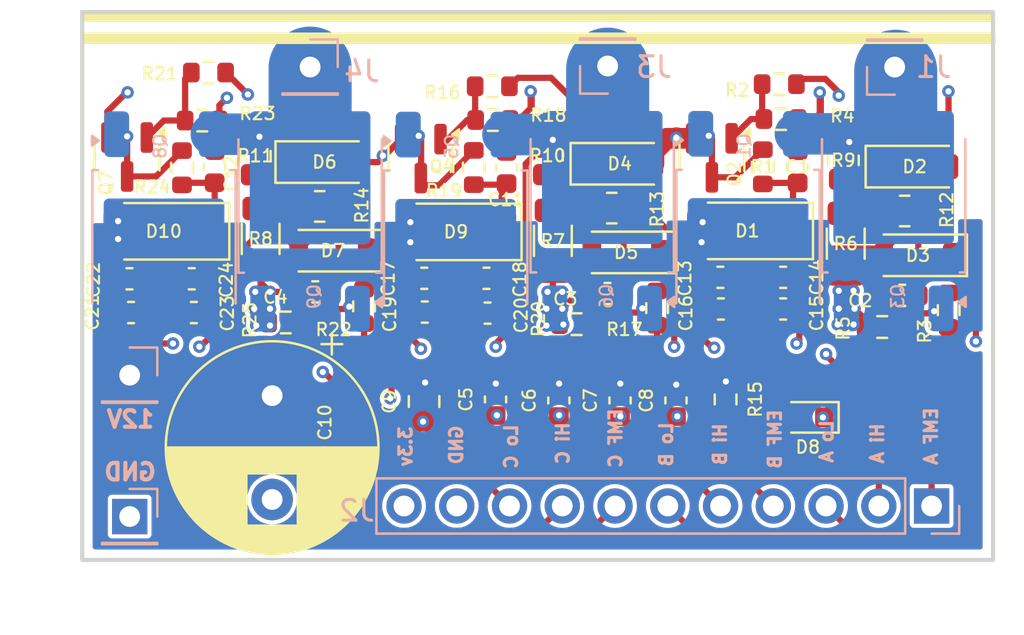
<source format=kicad_pcb>
(kicad_pcb (version 20240108) (generator "pcbnew") (generator_version "8.0")
  (layers (0 "F.Cu" signal) (1 "In1.Cu" signal) (2 "In2.Cu" signal) (31 "B.Cu" signal) (34 "B.Paste" user) (35 "F.Paste" user) (36 "B.SilkS" user "B.Silkscreen") (37 "F.SilkS" user "F.Silkscreen") (38 "B.Mask" user) (39 "F.Mask" user) (44 "Edge.Cuts" user))
  (net 0 "")
  (net 1 "/Phase A")
  (net 2 "Net-(D1-K)")
  (net 3 "/EMF A")
  (net 4 "GND")
  (net 5 "/EMF B")
  (net 6 "/EMF C")
  (net 7 "+12V")
  (net 8 "/Phase B")
  (net 9 "Net-(D9-K)")
  (net 10 "Net-(D10-K)")
  (net 11 "/Phase C")
  (net 12 "+3.3V")
  (net 13 "Net-(D8-A)")
  (net 14 "/Lo A")
  (net 15 "/Lo C")
  (net 16 "/Hi A")
  (net 17 "/Lo B")
  (net 18 "/Hi B")
  (net 19 "/Hi C")
  (net 20 "Net-(Q1-G)")
  (net 21 "Net-(Q2-G)")
  (net 22 "Net-(Q3-G)")
  (net 23 "Net-(Q4-D)")
  (net 24 "Net-(Q4-G)")
  (net 25 "Net-(Q6-G)")
  (net 26 "Net-(Q7-D)")
  (net 27 "Net-(Q7-G)")
  (net 28 "Net-(Q9-G)")
  (net 29 "Net-(R12-Pad1)")
  (net 30 "Net-(R10-Pad1)")
  (net 31 "Net-(R11-Pad1)")
  (footprint "Resistor_SMD:R_0603_1608Metric" (layer "F.Cu") (at 157.9981 100.6584)
    (property "Reference" "R20")
    (property "Value" "2.2k")
  )
  (footprint "Capacitor_SMD:C_0603_1608Metric" (layer "F.Cu") (at 164.9428 99.9274)
    (property "Reference" "C16")
    (property "Value" "100nF")
  )
  (footprint "Capacitor_SMD:C_0603_1608Metric" (layer "F.Cu") (at 136.4683 98.474)
    (property "Reference" "C22")
    (property "Value" "100nF")
  )
  (footprint "Diode_SMD:D_SOD-128" (layer "F.Cu") (at 166.2154 96.1682 180)
    (property "Reference" "D1")
    (property "Value" "SS14")
  )
  (footprint "Capacitor_SMD:C_0603_1608Metric" (layer "F.Cu") (at 136.5439 100.0996)
    (property "Reference" "C21")
    (property "Value" "100nF")
  )
  (footprint "Resistor_SMD:R_0603_1608Metric" (layer "F.Cu") (at 153.9362 89.2048 180)
    (property "Reference" "R16")
    (property "Value" "150")
  )
  (footprint "Resistor_SMD:R_0603_1608Metric" (layer "F.Cu") (at 166.9618 93.0816 90)
    (property "Reference" "R1")
    (property "Value" "1k")
  )
  (footprint "Resistor_SMD:R_0603_1608Metric" (layer "F.Cu") (at 138.9953 93.1278 90)
    (property "Reference" "R24")
    (property "Value" "1k")
  )
  (footprint "Resistor_SMD:R_1206_3216Metric" (layer "F.Cu") (at 156.8526 96.6452 90)
    (property "Reference" "R7")
    (property "Value" "4.7k")
  )
  (footprint "Resistor_SMD:R_0603_1608Metric" (layer "F.Cu") (at 153.0466 93.1164 90)
    (property "Reference" "R19")
    (property "Value" "1k")
  )
  (footprint "Capacitor_SMD:C_0603_1608Metric" (layer "F.Cu") (at 145.4115 99.1034 180)
    (property "Reference" "C4")
    (property "Value" "1.5nF")
  )
  (footprint "Diode_SMD:D_SOD-123" (layer "F.Cu") (at 146.2637 97.1222 180)
    (property "Reference" "D7")
    (property "Value" "1N5819")
  )
  (footprint "Capacitor_SMD:C_0603_1608Metric" (layer "F.Cu") (at 153.7078 100.1268 180)
    (property "Reference" "C20")
    (property "Value" "1uF")
  )
  (footprint "Capacitor_SMD:C_0603_1608Metric" (layer "F.Cu") (at 154.0928 104.2824 90)
    (property "Reference" "C5")
    (property "Value" "100nF")
  )
  (footprint "Resistor_SMD:R_0603_1608Metric" (layer "F.Cu") (at 153.961 90.8304 180)
    (property "Reference" "R18")
    (property "Value" "2.2k")
  )
  (footprint "Capacitor_THT:CP_Radial_D10.0mm_P5.00mm" (layer "F.Cu") (at 143.3362 104.099123 -90)
    (property "Reference" "C10")
    (property "Value" "470uF Polarized")
  )
  (footprint "LED_SMD:LED_0603_1608Metric" (layer "F.Cu") (at 169.1279 105.146 180)
    (property "Reference" "D8")
    (property "Value" "LED")
  )
  (footprint "Resistor_SMD:R_1206_3216Metric" (layer "F.Cu") (at 142.7829 96.5527 90)
    (property "Reference" "R8")
    (property "Value" "4.7k")
  )
  (footprint "Resistor_SMD:R_0603_1608Metric" (layer "F.Cu") (at 143.9899 100.5766)
    (property "Reference" "R25")
    (property "Value" "2.2k")
  )
  (footprint "Resistor_SMD:R_0603_1608Metric" (layer "F.Cu") (at 165.168 104.2824 -90)
    (property "Reference" "R15")
    (property "Value" "2.2k")
  )
  (footprint "Diode_SMD:D_SOD-123" (layer "F.Cu") (at 145.8573 92.855)
    (property "Reference" "D6")
    (property "Value" "1N5819")
  )
  (footprint "Diode_SMD:D_SOD-128" (layer "F.Cu") (at 138.1161 96.188 180)
    (property "Reference" "D10")
    (property "Value" "SS14")
  )
  (footprint "Capacitor_SMD:C_0603_1608Metric" (layer "F.Cu") (at 150.6846 100.076)
    (property "Reference" "C19")
    (property "Value" "4.7uF")
  )
  (footprint "Capacitor_SMD:C_0603_1608Metric" (layer "F.Cu") (at 167.94 99.9274 180)
    (property "Reference" "C15")
    (property "Value" "1uF")
  )
  (footprint "Resistor_SMD:R_0805_2012Metric" (layer "F.Cu") (at 159.6886 95.0704)
    (property "Reference" "R13")
    (property "Value" "220")
  )
  (footprint "Capacitor_SMD:C_0603_1608Metric" (layer "F.Cu") (at 150.6598 98.4504)
    (property "Reference" "C17")
    (property "Value" "100nF")
  )
  (footprint "Resistor_SMD:R_0805_2012Metric" (layer "F.Cu") (at 142.5289 92.5521 90)
    (property "Reference" "R11")
    (property "Value" "40.2k")
  )
  (footprint "Package_TO_SOT_SMD:SOT-23" (layer "F.Cu") (at 136.3537 92.6089 -90)
    (property "Reference" "Q7")
    (property "Value" "L2N7002SLLT1G")
  )
  (footprint "Capacitor_SMD:C_0603_1608Metric" (layer "F.Cu") (at 164.9168 98.4034)
    (property "Reference" "C13")
    (property "Value" "4.7uF")
  )
  (footprint "Capacitor_SMD:C_0603_1608Metric" (layer "F.Cu") (at 168.6382 93.0824 90)
    (property "Reference" "C1")
    (property "Value" "1uF")
  )
  (footprint "Capacitor_SMD:C_0603_1608Metric" (layer "F.Cu") (at 140.5701 93.0762 90)
    (property "Reference" "C12")
    (property "Value" "1uF")
  )
  (footprint "Capacitor_SMD:C_0603_1608Metric" (layer "F.Cu") (at 159.4835 99.1852 180)
    (property "Reference" "C3")
    (property "Value" "1.5nF")
  )
  (footprint "Resistor_SMD:R_0603_1608Metric" (layer "F.Cu") (at 139.9727 90.854 180)
    (property "Reference" "R23")
    (property "Value" "2.2k")
  )
  (footprint "Resistor_SMD:R_1206_3216Metric" (layer "F.Cu") (at 170.954 96.7837 90)
    (property "Reference" "R6")
    (property "Value" "4.7k")
  )
  (footprint "Diode_SMD:D_SOD-128" (layer "F.Cu") (at 152.1864 96.2152 180)
    (property "Reference" "D9")
    (property "Value" "SS14")
  )
  (footprint "Resistor_SMD:R_0805_2012Metric" (layer "F.Cu") (at 156.595 92.5457 90)
    (property "Reference" "R10")
    (property "Value" "40.2k")
  )
  (footprint "Capacitor_SMD:C_0603_1608Metric" (layer "F.Cu") (at 162.7796 104.3332 90)
    (property "Reference" "C8")
    (property "Value" "4.7uF")
  )
  (footprint "Capacitor_SMD:C_0603_1608Metric" (layer "F.Cu") (at 167.94 98.4034 180)
    (property "Reference" "C14")
    (property "Value" "100nF")
  )
  (footprint "Resistor_SMD:R_0603_1608Metric" (layer "F.Cu") (at 167.8376 90.7834 180)
    (property "Reference" "R4")
    (property "Value" "2.2k")
  )
  (footprint "Capacitor_SMD:C_0603_1608Metric" (layer "F.Cu") (at 160.0872 104.3332 90)
    (property "Reference" "C7")
    (property "Value" "1uF")
  )
  (footprint "Capacitor_SMD:C_0603_1608Metric" (layer "F.Cu") (at 139.5671 100.0996 180)
    (property "Reference" "C23")
    (property "Value" "4.7uF")
  )
  (footprint "Resistor_SMD:R_0603_1608Metric" (layer "F.Cu") (at 172.7091 100.7969)
    (property "Reference" "R5")
    (property "Value" "2.2k")
  )
  (footprint "Resistor_SMD:R_0603_1608Metric" (layer "F.Cu") (at 140.271 88.5444 180)
    (property "Reference" "R21")
    (property "Value" "150")
  )
  (footprint "Diode_SMD:D_SOD-123" (layer "F.Cu") (at 174.4299 97.3425 180)
    (property "Reference" "D3")
    (property "Value" "1N5819")
  )
  (footprint "Resistor_SMD:R_0805_2012Metric" (layer "F.Cu") (at 145.6258 94.9886)
    (property "Reference" "R14")
    (property "Value" "220")
  )
  (footprint "Package_TO_SOT_SMD:SOT-23" (layer "F.Cu") (at 164.5098 92.6489 -90)
    (property "Reference" "Q2")
    (property "Value" "L2N7002SLLT1G")
  )
  (footprint "Diode_SMD:D_SOD-123" (layer "F.Cu") (at 174.2717 93.0753)
    (property "Reference" "D2")
    (property "Value" "1N5819")
  )
  (footprint "Capacitor_SMD:C_0603_1608Metric" (layer "F.Cu") (at 139.4655 98.474 180)
    (property "Reference" "C24")
    (property "Value" "1uF")
  )
  (footprint "Package_TO_SOT_SMD:SOT-23" (layer "F.Cu") (at 150.4944 92.6869 -90)
    (property "Reference" "Q4")
    (property "Value" "L2N7002SLLT1G")
  )
  (footprint "Diode_SMD:D_SOD-123" (layer "F.Cu") (at 160.3793 97.204 180)
    (property "Reference" "D5")
    (property "Value" "1N5819")
  )
  (footprint "Resistor_SMD:R_0603_1608Metric" (layer "F.Cu") (at 147.7613 99.8024 90)
    (property "Reference" "R22")
    (property "Value" "150")
  )
  (footprint "Capacitor_SMD:C_0603_1608Metric" (layer "F.Cu") (at 153.657 98.4504 180)
    (property "Reference" "C18")
    (property "Value" "100nF")
  )
  (footprint "Diode_SMD:D_SOD-123" (layer "F.Cu") (at 160.0667 92.9368)
    (property "Reference" "D4")
    (property "Value" "1N5819")
  )
  (footprint "Resistor_SMD:R_0603_1608Metric" (layer "F.Cu") (at 175.9095 99.9841 90)
    (property "Reference" "R3")
    (property "Value" "150")
  )
  (footprint "Capacitor_SMD:C_0603_1608Metric" (layer "F.Cu") (at 157.1408 104.3332 90)
    (property "Reference" "C6")
    (property "Value" "100nF")
  )
  (footprint "Capacitor_SMD:C_0603_1608Metric" (layer "F.Cu") (at 173.6735 99.2729 180)
    (property "Reference" "C2")
    (property "Value" "1.5nF")
  )
  (footprint "Resistor_SMD:R_0805_2012Metric" (layer "F.Cu") (at 173.79 95.2089)
    (property "Reference" "R12")
    (property "Value" "220")
  )
  (footprint "Capacitor_SMD:C_0805_2012Metric" (layer "F.Cu") (at 150.6514 104.384 90)
    (property "Reference" "C9")
    (property "Value" "10uF")
  )
  (footprint "Resistor_SMD:R_0603_1608Metric" (layer "F.Cu") (at 161.8711 99.8842 90)
    (property "Reference" "R17")
    (property "Value" "150")
  )
  (footprint "Capacitor_SMD:C_0603_1608Metric" (layer "F.Cu") (at 154.6222 93.1164 90)
    (property "Reference" "C11")
    (property "Value" "1uF")
  )
  (footprint "Resistor_SMD:R_0805_2012Metric" (layer "F.Cu") (at 170.8436 92.7705 90)
    (property "Reference" "R9")
    (property "Value" "40.2k")
  )
  (footprint "Resistor_SMD:R_0603_1608Metric" (layer "F.Cu") (at 167.7538 89.1032 180)
    (property "Reference" "R2")
    (property "Value" "150")
  )
  (footprint "Connector_PinHeader_2.54mm:PinHeader_1x01_P2.54mm_Vertical" (layer "B.Cu") (at 136.4782 103.114 180)
    (property "Reference" "J6" (hide yes))
    (property "Value" "Conn_01x01_Pin")
  )
  (footprint "Package_TO_SOT_SMD:TO-252-2" (layer "B.Cu") (at 173.26 94.8586 90)
    (property "Reference" "Q3")
    (property "Value" "3080K")
  )
  (footprint "Package_TO_SOT_SMD:TO-252-2" (layer "B.Cu") (at 166.2506 96.5346 -90)
    (property "Reference" "Q1")
    (property "Value" "3080K")
  )
  (footprint "Connector_PinHeader_2.54mm:PinHeader_1x11_P2.54mm_Vertical" (layer "B.Cu") (at 175.0862 109.4132 90)
    (property "Reference" "J2")
    (property "Value" "Conn_01x11_Pin")
  )
  (footprint "Connector_PinHeader_2.54mm:PinHeader_1x01_P2.54mm_Vertical" (layer "B.Cu") (at 136.4782 109.9212 180)
    (property "Reference" "J5" (hide yes))
    (property "Value" "Conn_01x01_Pin")
  )
  (footprint "Connector_PinHeader_2.54mm:PinHeader_1x01_P2.54mm_Vertical" (layer "B.Cu") (at 145.165 88.2804 180)
    (property "Reference" "J4")
    (property "Value" "Conn_01x01_Pin")
  )
  (footprint "Package_TO_SOT_SMD:TO-252-2" (layer "B.Cu") (at 159.2295 94.8572 90)
    (property "Reference" "Q6")
    (property "Value" "3080K")
  )
  (footprint "Connector_PinHeader_2.54mm:PinHeader_1x01_P2.54mm_Vertical" (layer "B.Cu") (at 159.4906 88.2296)
    (property "Reference" "J3")
    (property "Value" "Conn_01x01_Pin")
  )
  (footprint "Package_TO_SOT_SMD:TO-252-2" (layer "B.Cu") (at 138.1307 96.5522 -90)
    (property "Reference" "Q8")
    (property "Value" "3080K")
  )
  (footprint "Package_TO_SOT_SMD:TO-252-2" (layer "B.Cu") (at 152.1708 96.5708 -90)
    (property "Reference" "Q5")
    (property "Value" "3080K")
  )
  (footprint "Connector_PinHeader_2.54mm:PinHeader_1x01_P2.54mm_Vertical" (layer "B.Cu") (at 173.3082 88.2804)
    (property "Reference" "J1")
    (property "Value" "Conn_01x01_Pin")
  )
  (footprint "Package_TO_SOT_SMD:TO-252-2" (layer "B.Cu") (at 145.164 94.873 90)
    (property "Reference" "Q9")
    (property "Value" "3080K")
  )
  (gr_rect (start 134.239 86.7156) (end 178.0794 87.0712) (stroke (width 0.2)) (fill solid) (layer "F.SilkS"))
  (gr_rect (start 134.2136 85.6488) (end 178.054 86.0044) (stroke (width 0.2)) (fill solid) (layer "F.SilkS"))
  (gr_rect (start 134.1922 85.6324) (end 178.0454 112.0104) (stroke (width 0.2)) (fill none) (layer "Edge.Cuts"))
  (gr_text "Lo B" (at 162.6616 105.3084 90) (layer "B.SilkS") (effects (font (size 0.6 0.6) (thickness 0.15) (bold yes)) (justify left bottom mirror)))
  (gr_text "12V" (at 137.7482 105.7048 0) (layer "B.SilkS") (effects (font (size 0.8 0.8) (thickness 0.2) (bold yes)) (justify left bottom mirror)))
  (gr_text "GND" (at 152.5524 105.4608 90) (layer "B.SilkS") (effects (font (size 0.6 0.6) (thickness 0.15) (bold yes)) (justify left bottom mirror)))
  (gr_text "EMF C" (at 160.2232 104.648 90) (layer "B.SilkS") (effects (font (size 0.6 0.6) (thickness 0.15) (bold yes)) (justify left bottom mirror)))
  (gr_text "EMF A" (at 175.4124 104.5972 90) (layer "B.SilkS") (effects (font (size 0.6 0.6) (thickness 0.15) (bold yes)) (justify left bottom mirror)))
  (gr_text "GND" (at 137.8498 108.2448 0) (layer "B.SilkS") (effects (font (size 0.8 0.8) (thickness 0.2) (bold yes)) (justify left bottom mirror)))
  (gr_text "Lo A" (at 170.3832 105.2068 90) (layer "B.SilkS") (effects (font (size 0.6 0.6) (thickness 0.15) (bold yes)) (justify left bottom mirror)))
  (gr_text "Hi C" (at 157.6832 105.3084 90) (layer "B.SilkS") (effects (font (size 0.6 0.6) (thickness 0.15) (bold yes)) (justify left bottom mirror)))
  (gr_text "EMF B" (at 167.894 104.6988 90) (layer "B.SilkS") (effects (font (size 0.6 0.6) (thickness 0.15) (bold yes)) (justify left bottom mirror)))
  (gr_text "Lo C" (at 155.194 105.41 90) (layer "B.SilkS") (effects (font (size 0.6 0.6) (thickness 0.15) (bold yes)) (justify left bottom mirror)))
  (gr_text "3.3v" (at 150.114 105.5116 90) (layer "B.SilkS") (effects (font (size 0.6 0.6) (thickness 0.15) (bold yes)) (justify left bottom mirror)))
  (gr_text "Hi B" (at 165.2524 105.3592 90) (layer "B.SilkS") (effects (font (size 0.6 0.6) (thickness 0.15) (bold yes)) (justify left bottom mirror)))
  (gr_text "Hi A" (at 172.8216 105.3592 90) (layer "B.SilkS") (effects (font (size 0.6 0.6) (thickness 0.15) (bold yes)) (justify left bottom mirror)))
  (segment (start 171.1238 91.8872) (end 170.8728 91.858) (width 0.3) (layer "F.Cu") (net 1))
  (segment (start 170.8144 91.858) (end 171.1238 91.8872) (width 0.3) (layer "F.Cu") (net 1))
  (segment (start 170.8728 91.858) (end 169.0876 91.858) (width 0.3) (layer "F.Cu") (net 1))
  (segment (start 170.8436 91.858) (end 170.8144 91.858) (width 0.3) (layer "F.Cu") (net 1))
  (segment (start 169.0876 91.858) (end 168.6382 92.3074) (width 0.3) (layer "F.Cu") (net 1))
  (via (at 171.1238 91.8872) (size 0.6) (drill 0.3) (layers "F.Cu" "B.Cu") (net 1))
  (segment (start 173.359 93.4996) (end 173.26 93.5986) (width 4) (layer "B.Cu") (net 1))
  (segment (start 171.306 91.4946) (end 171.735 91.9236) (width 2) (layer "B.Cu") (net 1))
  (segment (start 173.359 88.4836) (end 173.359 93.4996) (width 4) (layer "B.Cu") (net 1))
  (segment (start 168.5306 91.4946) (end 171.306 91.4946) (width 2) (layer "B.Cu") (net 1))
  (segment (start 167.011 93.8574) (end 166.9618 93.9066) (width 0.3) (layer "F.Cu") (net 2))
  (segment (start 168.6382 93.8574) (end 167.011 93.8574) (width 0.3) (layer "F.Cu") (net 2))
  (segment (start 168.4154 96.1682) (end 168.4154 94.0802) (width 0.3) (layer "F.Cu") (net 2))
  (segment (start 168.4154 94.0802) (end 168.6382 93.8574) (width 0.3) (layer "F.Cu") (net 2))
  (segment (start 172.7799 97.1315) (end 174.7025 95.2089) (width 0.3) (layer "F.Cu") (net 3))
  (segment (start 169.7014 97.705844) (end 170.389244 97.018) (width 0.3) (layer "F.Cu") (net 3))
  (segment (start 174.4485 95.4629) (end 174.7025 95.2089) (width 0.3) (layer "F.Cu") (net 3))
  (segment (start 170.389244 97.018) (end 172.4554 97.018) (width 0.3) (layer "F.Cu") (net 3))
  (segment (start 175.0862 109.4132) (end 175.0862 106.116039) (width 0.3) (layer "F.Cu") (net 3))
  (segment (start 172.4554 97.018) (end 172.7799 97.3425) (width 0.3) (layer "F.Cu") (net 3))
  (segment (start 174.7025 95.1561) (end 172.6217 93.0753) (width 0.3) (layer "F.Cu") (net 3))
  (segment (start 175.0862 106.116039) (end 169.7014 100.731239) (width 0.3) (layer "F.Cu") (net 3))
  (segment (start 172.7799 97.3425) (end 172.7799 97.1315) (width 0.3) (layer "F.Cu") (net 3))
  (segment (start 174.7025 95.2089) (end 174.7025 95.1561) (width 0.3) (layer "F.Cu") (net 3))
  (segment (start 174.4485 99.2729) (end 174.4485 95.4629) (width 0.3) (layer "F.Cu") (net 3))
  (segment (start 169.7014 100.731239) (end 169.7014 97.705844) (width 0.3) (layer "F.Cu") (net 3))
  (segment (start 140.7977 90.12324) (end 140.7977 90.854) (width 0.3) (layer "F.Cu") (net 4))
  (segment (start 138.561 101.59) (end 138.6626 101.59) (width 0.3) (layer "F.Cu") (net 4))
  (segment (start 148.6702 92.6236) (end 148.6702 92.5476) (width 0.3) (layer "F.Cu") (net 4))
  (segment (start 144.6365 99.1034) (end 143.2372 99.1034) (width 0.3) (layer "F.Cu") (net 4))
  (segment (start 169.7522 89.5504) (end 169.7522 90.4648) (width 0.3) (layer "F.Cu") (net 4))
  (segment (start 154.432 100.076) (end 154.4828 100.1268) (width 0.3) (layer "F.Cu") (net 4))
  (segment (start 175.899 89.4488) (end 175.9217 89.4261) (width 0.3) (layer "F.Cu") (net 4))
  (segment (start 162.7652 91.7114) (end 162.7926 91.684) (width 1) (layer "F.Cu") (net 4))
  (segment (start 147.5073 92.855) (end 148.4388 92.855) (width 0.3) (layer "F.Cu") (net 4))
  (segment (start 135.6933 98.474) (end 135.6933 100.024) (width 0.3) (layer "F.Cu") (net 4))
  (segment (start 158.7085 99.1852) (end 158.0346 99.1852) (width 0.3) (layer "F.Cu") (net 4))
  (segment (start 154.432 98.4504) (end 154.432 100.076) (width 0.3) (layer "F.Cu") (net 4))
  (segment (start 135.7689 100.0996) (end 137.2593 101.59) (width 0.3) (layer "F.Cu") (net 4))
  (segment (start 142.7829 98.8413) (end 142.5234 99.1008) (width 0.3) (layer "F.Cu") (net 4))
  (segment (start 156.8526 98.1077) (end 156.8526 98.8432) (width 0.3) (layer "F.Cu") (net 4))
  (segment (start 139.831 101.7932) (end 139.831 101.7932) (width 0.3) (layer "F.Cu") (net 4))
  (segment (start 164.6214 101.8948) (end 164.5706 101.844) (width 0.3) (layer "F.Cu") (net 4))
  (segment (start 158.0346 99.1852) (end 157.3062 99.9136) (width 0.3) (layer "F.Cu") (net 4))
  (segment (start 136.3766 89.4996) (end 136.3766 89.4488) (width 0.3) (layer "F.Cu") (net 4))
  (segment (start 168.5838 101.59) (end 168.533 101.6408) (width 0.3) (layer "F.Cu") (net 4))
  (segment (start 164.1678 101.4412) (end 164.5198 101.7932) (width 0.3) (layer "F.Cu") (net 4))
  (segment (start 154.4828 100.1268) (end 154.4828 101.213) (width 0.3) (layer "F.Cu") (net 4))
  (segment (start 140.3421 100.0996) (end 140.3421 101.2821) (width 0.3) (layer "F.Cu") (net 4))
  (segment (start 136.3258 89.4996) (end 136.3766 89.4996) (width 0.3) (layer "F.Cu") (net 4))
  (segment (start 164.1418 98.4034) (end 164.1418 99.9014) (width 0.3) (layer "F.Cu") (net 4))
  (segment (start 148.6702 92.5476) (end 148.7462 92.5476) (width 0.3) (layer "F.Cu") (net 4))
  (segment (start 135.4037 91.6714) (end 135.4037 90.4217) (width 0.3) (layer "F.Cu") (net 4))
  (segment (start 150.499 101.844) (end 150.5498 101.844) (width 0.3) (layer "F.Cu") (net 4))
  (segment (start 154.1058 101.59) (end 154.1058 101.7424) (width 0.3) (layer "F.Cu") (net 4))
  (segment (start 154.1058 101.7424) (end 153.9534 101.7424) (width 0.3) (layer "F.Cu") (net 4))
  (segment (start 149.8848 98.4504) (end 149.8848 100.0512) (width 0.3) (layer "F.Cu") (net 4))
  (segment (start 168.715 101.4588) (end 168.5838 101.59) (width 0.3) (layer "F.Cu") (net 4))
  (segment (start 172.8985 99.2729) (end 172.8985 99.7825) (width 0.3) (layer "F.Cu") (net 4))
  (segment (start 135.6933 100.024) (end 135.7689 100.0996) (width 0.3) (layer "F.Cu") (net 4))
  (segment (start 140.3421 101.2821) (end 139.8818 101.7424) (width 0.3) (layer "F.Cu") (net 4))
  (segment (start 171.8841 100.7969) (end 171.4483 100.7969) (width 0.3) (layer "F.Cu") (net 4))
  (segment (start 156.8526 98.8432) (end 156.595 99.1008) (width 0.3) (layer "F.Cu") (net 4))
  (segment (start 171.4483 100.7969) (end 171.327 100.6756) (width 0.3) (layer "F.Cu") (net 4))
  (segment (start 148.7462 92.5476) (end 149.5444 91.7494) (width 0.3) (layer "F.Cu") (net 4))
  (segment (start 162.82 91.7114) (end 163.359799 91.7114) (width 1) (layer "F.Cu") (net 4))
  (segment (start 143.2372 99.1034) (end 143.2346 99.1008) (width 0.3) (layer "F.Cu") (net 4))
  (segment (start 140.2405 99.998) (end 140.3421 100.0996) (width 0.3) (layer "F.Cu") (net 4))
  (segment (start 150.5498 101.844) (end 150.5498 101.844) (width 0.3) (layer "F.Cu") (net 4))
  (segment (start 162.3421 91.7114) (end 162.7652 91.7114) (width 1) (layer "F.Cu") (net 4))
  (segment (start 136.3766 89.4488) (end 136.3766 89.4488) (width 0.3) (layer "F.Cu") (net 4))
  (segment (start 142.7829 98.6491) (end 143.2346 99.1008) (width 0.3) (layer "F.Cu") (net 4))
  (segment (start 155.833 89.4996) (end 155.833 90.2108) (width 0.3) (layer "F.Cu") (net 4))
  (segment (start 175.9217 93.0753) (end 175.899 89.4488) (width 0.3) (layer "F.Cu") (net 4))
  (segment (start 154.4828 101.213) (end 154.1058 101.59) (width 0.3) (layer "F.Cu") (net 4))
  (segment (start 161.7167 92.3368) (end 162.3421 91.7114) (width 1) (layer "F.Cu") (net 4))
  (segment (start 155.7822 89.4488) (end 155.833 89.4996) (width 0.3) (layer "F.Cu") (net 4))
  (segment (start 135.4037 90.4217) (end 136.3258 89.4996) (width 0.3) (layer "F.Cu") (net 4))
  (segment (start 171.8841 100.7969) (end 171.8841 100.4199) (width 0.3) (layer "F.Cu") (net 4))
  (segment (start 139.8818 101.7424) (end 139.831 101.7424) (width 0.3) (layer "F.Cu") (net 4))
  (segment (start 155.7822 89.4488) (end 155.7822 90.2616) (width 0.3) (layer "F.Cu") (net 4))
  (segment (start 137.2593 101.59) (end 138.561 101.59) (width 0.3) (layer "F.Cu") (net 4))
  (segment (start 140.2405 98.474) (end 140.2405 99.998) (width 0.3) (layer "F.Cu") (net 4))
  (segment (start 142.7829 98.0152) (end 142.7829 98.8413) (width 0.3) (layer "F.Cu") (net 4))
  (segment (start 149.8848 100.0512) (end 149.9096 100.076) (width 0.3) (layer "F.Cu") (net 4))
  (segment (start 169.4336 90.7834) (end 168.6626 90.7834) (width 0.3) (layer "F.Cu") (net 4))
  (segment (start 139.831 101.7424) (end 139.831 101.7932) (width 0.3) (layer "F.Cu") (net 4))
  (segment (start 164.1678 99.9274) (end 164.1678 101.4412) (width 0.3) (layer "F.Cu") (net 4))
  (segment (start 168.715 99.9274) (end 168.715 101.4588) (width 0.3) (layer "F.Cu") (net 4))
  (segment (start 141.15957 89.76137) (end 140.7977 90.12324) (width 0.3) (layer "F.Cu") (net 4))
  (segment (start 172.8985 99.7825) (end 171.8841 100.7969) (width 0.3) (layer "F.Cu") (net 4))
  (segment (start 169.7014 89.4996) (end 169.7014 90.5156) (width 0.3) (layer "F.Cu") (net 4))
  (segment (start 171.8841 100.4199) (end 171.3778 99.9136) (width 0.3) (layer "F.Cu") (net 4))
  (segment (start 148.4388 92.855) (end 148.6702 92.6236) (width 0.3) (layer "F.Cu") (net 4))
  (segment (start 164.5198 101.7932) (end 164.6214 101.7932) (width 0.3) (layer "F.Cu") (net 4))
  (segment (start 169.7014 90.5156) (end 169.4336 90.7834) (width 0.3) (layer "F.Cu") (net 4))
  (segment (start 162.7926 91.684) (end 162.82 91.7114) (width 1) (layer "F.Cu") (net 4))
  (segment (start 164.1418 99.9014) (end 164.1678 99.9274) (width 0.3) (layer "F.Cu") (net 4))
  (segment (start 169.7014 89.4996) (end 169.7522 89.5504) (width 0.3) (layer "F.Cu") (net 4))
  (segment (start 149.9096 100.076) (end 149.9096 101.2038) (width 0.3) (layer "F.Cu") (net 4))
  (segment (start 153.9534 101.7424) (end 154.0042 101.6916) (width 0.3) (layer "F.Cu") (net 4))
  (segment (start 142.7829 98.0152) (end 142.7829 98.6491) (width 0.3) (layer "F.Cu") (net 4))
  (segment (start 175.9217 89.4261) (end 175.9498 89.398) (width 0.3) (layer "F.Cu") (net 4))
  (segment (start 155.7822 90.2616) (end 155.2134 90.8304) (width 0.3) (layer "F.Cu") (net 4))
  (segment (start 150.499 101.7932) (end 150.499 101.844) (width 0.3) (layer "F.Cu") (net 4))
  (segment (start 168.715 98.4034) (end 168.715 99.9274) (width 0.3) (layer "F.Cu") (net 4))
  (segment (start 164.6214 101.7932) (end 164.6214 101.8948) (width 0.3) (layer "F.Cu") (net 4))
  (segment (start 161.7167 92.9368) (end 161.7167 92.3368) (width 1) (layer "F.Cu") (net 4))
  (segment (start 155.2134 90.8304) (end 154.786 90.8304) (width 0.3) (layer "F.Cu") (net 4))
  (segment (start 149.9096 101.2038) (end 150.499 101.7932) (width 0.3) (layer "F.Cu") (net 4))
  (via (at 169.8538 105.146) (size 0.6) (drill 0.3) (layers "F.Cu" "B.Cu") (net 4))
  (via (at 150.6006 105.3492) (size 0.6) (drill 0.3) (layers "F.Cu" "B.Cu") (net 4))
  (via (at 157.3062 99.1008) (size 0.6) (drill 0.3) (layers "F.Cu" "B.Cu") (net 4))
  (via (at 164.6214 101.7932) (size 0.6) (drill 0.3) (layers "F.Cu" "B.Cu") (net 4))
  (via (at 157.3062 99.9136) (size 0.6) (drill 0.3) (layers "F.Cu" "B.Cu") (net 4))
  (via (at 141.15957 89.76137) (size 0.6) (drill 0.3) (layers "F.Cu" "B.Cu") (net 4))
  (via (at 157.357 100.6756) (size 0.6) (drill 0.3) (layers "F.Cu" "B.Cu") (net 4))
  (via (at 170.6158 99.05) (size 0.6) (drill 0.3) (layers "F.Cu" "B.Cu") (net 4))
  (via (at 155.7822 89.4488) (size 0.6) (drill 0.3) (layers "F.Cu" "B.Cu") (net 4))
  (via (at 162.7926 91.684) (size 0.6) (drill 0.3) (layers "F.Cu" "B.Cu") (net 4))
  (via (at 156.595 99.1008) (size 0.6) (drill 0.3) (layers "F.Cu" "B.Cu") (net 4))
  (via (at 154.1058 101.7424) (size 0.6) (drill 0.3) (layers "F.Cu" "B.Cu") (net 4))
  (via (at 171.327 99.05) (size 0.6) (drill 0.3) (layers "F.Cu" "B.Cu") (net 4))
  (via (at 142.5742 100.7264) (size 0.6) (drill 0.3) (layers "F.Cu" "B.Cu") (net 4))
  (via (at 154.1566 105.0444) (size 0.6) (drill 0.3) (layers "F.Cu" "B.Cu") (net 4))
  (via (at 157.1538 105.0444) (size 0.6) (drill 0.3) (layers "F.Cu" "B.Cu") (net 4))
  (via (at 171.3778 99.9136) (size 0.6) (drill 0.3) (layers "F.Cu" "B.Cu") (net 4))
  (via (at 170.565 100.6756) (size 0.6) (drill 0.3) (layers "F.Cu" "B.Cu") (net 4))
  (via (at 136.3766 89.4996) (size 0.6) (drill 0.3) (layers "F.Cu" "B.Cu") (net 4))
  (via (at 168.5838 101.59) (size 0.6) (drill 0.3) (layers "F.Cu" "B.Cu") (net 4))
  (via (at 169.7014 89.4996) (size 0.6) (drill 0.3) (layers "F.Cu" "B.Cu") (net 4))
  (via (at 156.5442 100.7264) (size 0.6) (drill 0.3) (layers "F.Cu" "B.Cu") (net 4))
  (via (at 150.499 101.844) (size 0.6) (drill 0.3) (layers "F.Cu" "B.Cu") (net 4))
  (via (at 170.6158 99.9136) (size 0.6) (drill 0.3) (layers "F.Cu" "B.Cu") (net 4))
  (via (at 143.2346 99.1008) (size 0.6) (drill 0.3) (layers "F.Cu" "B.Cu") (net 4))
  (via (at 138.561 101.59) (size 0.6) (drill 0.3) (layers "F.Cu" "B.Cu") (net 4))
  (via (at 175.899 89.4488) (size 0.6) (drill 0.3) (layers "F.Cu" "B.Cu") (net 4))
  (via (at 143.2346 100.7264) (size 0.6) (drill 0.3) (layers "F.Cu" "B.Cu") (net 4))
  (via (at 143.2346 99.9136) (size 0.6) (drill 0.3) (layers "F.Cu" "B.Cu") (net 4))
  (via (at 148.6702 92.5476) (size 0.6) (drill 0.3) (layers "F.Cu" "B.Cu") (net 4))
  (via (at 171.327 100.6756) (size 0.6) (drill 0.3) (layers "F.Cu" "B.Cu") (net 4))
  (via (at 156.5442 99.9136) (size 0.6) (drill 0.3) (layers "F.Cu" "B.Cu") (net 4))
  (via (at 160.1002 105.0952) (size 0.6) (drill 0.3) (layers "F.Cu" "B.Cu") (net 4))
  (via (at 162.8434 105.0952) (size 0.6) (drill 0.3) (layers "F.Cu" "B.Cu") (net 4))
  (via (at 139.831 101.7424) (size 0.6) (drill 0.3) (layers "F.Cu" "B.Cu") (net 4))
  (via (at 142.5234 99.1008) (size 0.6) (drill 0.3) (layers "F.Cu" "B.Cu") (net 4))
  (via (at 142.4726 99.9136) (size 0.6) (drill 0.3) (layers "F.Cu" "B.Cu") (net 4))
  (segment (start 167.4662 109.4132) (end 163.6046 105.5516) (width 0.3) (layer "F.Cu") (net 5))
  (segment (start 160.2585 95.413) (end 160.6011 95.0704) (width 0.3) (layer "F.Cu") (net 5))
  (segment (start 162.9654 97.223656) (end 162.9654 96.720692) (width 0.3) (layer "F.Cu") (net 5))
  (segment (start 160.2585 99.1852) (end 160.2585 95.413) (width 0.3) (layer "F.Cu") (net 5))
  (segment (start 158.4167 92.9368) (end 160.5503 95.0704) (width 0.3) (layer "F.Cu") (net 5))
  (segment (start 158.7293 96.9422) (end 160.6011 95.0704) (width 0.3) (layer "F.Cu") (net 5))
  (segment (start 163.6046 105.5516) (end 163.6046 100.658608) (width 0.3) (layer "F.Cu") (net 5))
  (segment (start 162.9654 96.720692) (end 161.315108 95.0704) (width 0.3) (layer "F.Cu") (net 5))
  (segment (start 161.315108 95.0704) (end 160.6011 95.0704) (width 0.3) (layer "F.Cu") (net 5))
  (segment (start 163.3418 100.395808) (end 163.3418 97.600056) (width 0.3) (layer "F.Cu") (net 5))
  (segment (start 163.3418 97.600056) (end 162.9654 97.223656) (width 0.3) (layer "F.Cu") (net 5))
  (segment (start 163.6046 100.658608) (end 163.3418 100.395808) (width 0.3) (layer "F.Cu") (net 5))
  (segment (start 158.7293 97.204) (end 158.7293 96.9422) (width 0.3) (layer "F.Cu") (net 5))
  (segment (start 160.5503 95.0704) (end 160.6011 95.0704) (width 0.3) (layer "F.Cu") (net 5))
  (segment (start 141.5579 97.447244) (end 142.698344 96.3068) (width 0.3) (layer "F.Cu") (net 6))
  (segment (start 159.8462 109.4132) (end 158.1462 111.1132) (width 0.3) (layer "F.Cu") (net 6))
  (segment (start 146.5383 94.9886) (end 146.5383 98.7516) (width 0.3) (layer "F.Cu") (net 6))
  (segment (start 146.5383 98.7516) (end 146.1865 99.1034) (width 0.3) (layer "F.Cu") (net 6))
  (segment (start 147.5254 111.1132) (end 141.5579 105.1457) (width 0.3) (layer "F.Cu") (net 6))
  (segment (start 143.7983 96.3068) (end 144.6137 97.1222) (width 0.3) (layer "F.Cu") (net 6))
  (segment (start 158.1462 111.1132) (end 147.5254 111.1132) (width 0.3) (layer "F.Cu") (net 6))
  (segment (start 141.5579 105.1457) (end 141.5579 97.447244) (width 0.3) (layer "F.Cu") (net 6))
  (segment (start 142.698344 96.3068) (end 143.7983 96.3068) (width 0.3) (layer "F.Cu") (net 6))
  (segment (start 146.5383 94.9886) (end 146.3409 94.9886) (width 0.3) (layer "F.Cu") (net 6))
  (segment (start 146.3409 94.9886) (end 144.2073 92.855) (width 0.3) (layer "F.Cu") (net 6))
  (segment (start 146.5383 95.1976) (end 144.6137 97.1222) (width 0.3) (layer "F.Cu") (net 6))
  (segment (start 146.5383 94.9886) (end 146.5383 95.1976) (width 0.3) (layer "F.Cu") (net 6))
  (segment (start 167.165 98.4542) (end 165.7426 98.4542) (width 0.3) (layer "F.Cu") (net 7))
  (segment (start 151.4596 98.4752) (end 151.4348 98.4504) (width 0.3) (layer "F.Cu") (net 7))
  (segment (start 164.0118 96.7132) (end 164.0626 95.748) (width 0.3) (layer "F.Cu") (net 7))
  (segment (start 152.882 98.4504) (end 152.882 100.076) (width 0.3) (layer "F.Cu") (net 7))
  (segment (start 165.667 98.4542) (end 165.6162 98.505) (width 0.3) (layer "F.Cu") (net 7))
  (segment (start 135.9194 96.5608) (end 135.9194 96.1913) (width 0.3) (layer "F.Cu") (net 7))
  (segment (start 151.4348 97.6636) (end 150.4844 96.7132) (width 0.3) (layer "F.Cu") (net 7))
  (segment (start 164.0118 96.1646) (end 164.0154 96.1682) (width 0.3) (layer "F.Cu") (net 7))
  (segment (start 151.4596 100.076) (end 151.4596 98.4752) (width 0.3) (layer "F.Cu") (net 7))
  (segment (start 167.165 99.9274) (end 167.165 98.4034) (width 0.3) (layer "F.Cu") (net 7))
  (segment (start 165.7426 98.4542) (end 165.6918 98.4034) (width 0.3) (layer "F.Cu") (net 7))
  (segment (start 152.882 100.076) (end 152.9328 100.1268) (width 0.3) (layer "F.Cu") (net 7))
  (segment (start 137.2433 98.474) (end 137.2433 97.5152) (width 0.3) (layer "F.Cu") (net 7))
  (segment (start 164.0626 95.748) (end 164.0118 96.1646) (width 0.3) (layer "F.Cu") (net 7))
  (segment (start 152.882 98.4504) (end 151.4348 98.4504) (width 0.3) (layer "F.Cu") (net 7))
  (segment (start 149.991 96.7132) (end 149.991 96.2198) (width 0.3) (layer "F.Cu") (net 7))
  (segment (start 138.7921 100.0996) (end 138.7921 98.5756) (width 0.3) (layer "F.Cu") (net 7))
  (segment (start 164.5604 96.7132) (end 164.0118 96.7132) (width 0.3) (layer "F.Cu") (net 7))
  (segment (start 136.2889 96.5608) (end 135.9194 96.5608) (width 0.3) (layer "F.Cu") (net 7))
  (segment (start 165.7178 98.4294) (end 165.6918 98.4034) (width 0.3) (layer "F.Cu") (net 7))
  (segment (start 165.7178 99.9274) (end 165.7178 98.4294) (width 0.3) (layer "F.Cu") (net 7))
  (segment (start 165.6162 100.1814) (end 165.5654 100.2322) (width 0.3) (layer "F.Cu") (net 7))
  (segment (start 135.9194 96.1913) (end 135.9161 96.188) (width 0.3) (layer "F.Cu") (net 7))
  (segment (start 137.3189 98.5496) (end 137.2433 98.474) (width 0.3) (layer "F.Cu") (net 7))
  (segment (start 149.991 96.2198) (end 149.9864 96.2152) (width 0.3) (layer "F.Cu") (net 7))
  (segment (start 138.7921 98.5756) (end 138.6905 98.474) (width 0.3) (layer "F.Cu") (net 7))
  (segment (start 165.6918 97.8446) (end 164.5604 96.7132) (width 0.3) (layer "F.Cu") (net 7))
  (segment (start 137.3189 100.0996) (end 137.3189 98.5496) (width 0.3) (layer "F.Cu") (net 7))
  (segment (start 165.6918 98.4034) (end 165.6918 97.8446) (width 0.3) (layer "F.Cu") (net 7))
  (segment (start 150.4844 96.7132) (end 149.991 96.7132) (width 0.3) (layer "F.Cu") (net 7))
  (segment (start 137.2433 97.5152) (end 136.2889 96.5608) (width 0.3) (layer "F.Cu") (net 7))
  (segment (start 138.6905 98.474) (end 137.2433 98.474) (width 0.3) (layer "F.Cu") (net 7))
  (segment (start 151.4348 98.4504) (end 151.4348 97.6636) (width 0.3) (layer "F.Cu") (net 7))
  (via (at 135.9194 95.6972) (size 0.6) (drill 0.3) (layers "F.Cu" "B.Cu") (net 7))
  (via (at 162.7926 103.5712) (size 0.6) (drill 0.3) (layers "F.Cu" "B.Cu") (net 7))
  (via (at 160.1002 103.5204) (size 0.6) (drill 0.3) (layers "F.Cu" "B.Cu") (net 7))
  (via (at 164.0118 96.7132) (size 0.6) (drill 0.3) (layers "F.Cu" "B.Cu") (net 7))
  (via (at 165.1802 103.4188) (size 0.6) (drill 0.3) (layers "F.Cu" "B.Cu") (net 7))
  (via (at 149.991 95.748) (size 0.6) (drill 0.3) (layers "F.Cu" "B.Cu") (net 7))
  (via (at 157.1538 103.5204) (size 0.6) (drill 0.3) (layers "F.Cu" "B.Cu") (net 7))
  (via (at 150.7022 103.4696) (size 0.6) (drill 0.3) (layers "F.Cu" "B.Cu") (net 7))
  (via (at 164.0626 95.748) (size 0.6) (drill 0.3) (layers "F.Cu" "B.Cu") (net 7))
  (via (at 135.9194 96.5608) (size 0.6) (drill 0.3) (layers "F.Cu" "B.Cu") (net 7))
  (via (at 149.991 96.7132) (size 0.6) (drill 0.3) (layers "F.Cu" "B.Cu") (net 7))
  (via (at 154.1058 103.5204) (size 0.6) (drill 0.3) (layers "F.Cu" "B.Cu") (net 7))
  (segment (start 156.6895 91.7722) (end 156.6761 91.7722) (width 0.3) (layer "F.Cu") (net 8))
  (segment (start 156.6761 91.7722) (end 156.849 91.7856) (width 0.3) (layer "F.Cu") (net 8))
  (segment (start 156.849 91.7856) (end 156.7029 91.7722) (width 0.3) (layer "F.Cu") (net 8))
  (segment (start 156.7029 91.7722) (end 155.1914 91.7722) (width 0.3) (layer "F.Cu") (net 8))
  (segment (start 155.1914 91.7722) (end 154.6222 92.3414) (width 0.3) (layer "F.Cu") (net 8))
  (via (at 156.849 91.7856) (size 0.6) (drill 0.3) (layers "F.Cu" "B.Cu") (net 8))
  (segment (start 159.4906 88.382) (end 159.4906 93.3361) (width 4) (layer "B.Cu") (net 8))
  (segment (start 154.4508 91.5308) (end 157.3131 91.5308) (width 2) (layer "B.Cu") (net 8))
  (segment (start 157.3131 91.5308) (end 157.7045 91.9222) (width 2) (layer "B.Cu") (net 8))
  (segment (start 159.4906 93.3361) (end 159.2295 93.5972) (width 4) (layer "B.Cu") (net 8))
  (segment (start 153.0466 93.9414) (end 154.5722 93.9414) (width 0.3) (layer "F.Cu") (net 9))
  (segment (start 154.5722 93.9414) (end 154.6222 93.8914) (width 0.3) (layer "F.Cu") (net 9))
  (segment (start 154.3864 94.1272) (end 154.6222 93.8914) (width 0.3) (layer "F.Cu") (net 9))
  (segment (start 154.3864 96.2152) (end 154.3864 94.1272) (width 0.3) (layer "F.Cu") (net 9))
  (segment (start 140.5701 93.8512) (end 140.5701 95.934) (width 0.3) (layer "F.Cu") (net 10))
  (segment (start 139.0969 93.8512) (end 138.9953 93.9528) (width 0.3) (layer "F.Cu") (net 10))
  (segment (start 140.5701 95.934) (end 140.3161 96.188) (width 0.3) (layer "F.Cu") (net 10))
  (segment (start 140.5701 93.8512) (end 139.0969 93.8512) (width 0.3) (layer "F.Cu") (net 10))
  (segment (start 142.5289 91.6396) (end 142.5225 91.6396) (width 0.3) (layer "F.Cu") (net 11))
  (segment (start 142.5353 91.6396) (end 141.2317 91.6396) (width 0.3) (layer "F.Cu") (net 11))
  (segment (start 141.2317 91.6396) (end 140.5701 92.3012) (width 0.3) (layer "F.Cu") (net 11))
  (segment (start 142.5225 91.6396) (end 142.7266 91.6332) (width 0.3) (layer "F.Cu") (net 11))
  (segment (start 142.7266 91.6332) (end 142.5353 91.6396) (width 0.3) (layer "F.Cu") (net 11))
  (via (at 142.7266 91.6332) (size 0.6) (drill 0.3) (layers "F.Cu" "B.Cu") (net 11))
  (segment (start 145.165 88.3312) (end 145.165 93.6091) (width 4) (layer "B.Cu") (net 11))
  (segment (start 145.165 93.6091) (end 145.1715 93.6156) (width 4) (layer "B.Cu") (net 11))
  (segment (start 140.4107 91.5122) (end 143.2181 91.5122) (width 2) (layer "B.Cu") (net 11))
  (segment (start 143.2181 91.5122) (end 143.6465 91.9406) (width 2) (layer "B.Cu") (net 11))
  (segment (start 177.2198 101.4884) (end 177.2198 98.4824) (width 0.3) (layer "F.Cu") (net 12))
  (segment (start 149.0258 104.2316) (end 149.0848 104.1726) (width 0.3) (layer "F.Cu") (net 12))
  (segment (start 162.0293 97.204) (end 162.6961 97.8708) (width 0.3) (layer "F.Cu") (net 12))
  (segment (start 162.6961 101.7373) (end 162.691 101.7424) (width 0.3) (layer "F.Cu") (net 12))
  (segment (start 162.691 101.7932) (end 162.6961 101.7881) (width 0.3) (layer "F.Cu") (net 12))
  (segment (start 149.6862 109.4132) (end 149.1782 108.9052) (width 0.3) (layer "F.Cu") (net 12))
  (segment (start 162.691 101.7424) (end 162.6961 101.7475) (width 0.3) (layer "F.Cu") (net 12))
  (segment (start 149.0848 98.2933) (end 147.9137 97.1222) (width 0.3) (layer "F.Cu") (net 12))
  (segment (start 149.0848 104.1726) (end 149.0848 98.2933) (width 0.3) (layer "F.Cu") (net 12))
  (segment (start 177.2198 98.4824) (end 176.0799 97.3425) (width 0.3) (layer "F.Cu") (net 12))
  (segment (start 162.6961 101.7475) (end 162.6961 101.7881) (width 0.3) (layer "F.Cu") (net 12))
  (segment (start 162.6961 97.8708) (end 162.6961 101.7373) (width 0.3) (layer "F.Cu") (net 12))
  (via (at 162.691 101.7424) (size 0.6) (drill 0.3) (layers "F.Cu" "B.Cu") (net 12))
  (via (at 149.0258 104.2316) (size 0.6) (drill 0.3) (layers "F.Cu" "B.Cu") (net 12))
  (via (at 177.2198 101.4884) (size 0.6) (drill 0.3) (layers "F.Cu" "B.Cu") (net 12))
  (segment (start 165.168 105.1074) (end 168.3018 105.1074) (width 1) (layer "F.Cu") (net 13))
  (segment (start 168.3018 105.1074) (end 168.3404 105.146) (width 1) (layer "F.Cu") (net 13))
  (segment (start 176.0514 110.988) (end 177.0674 109.972) (width 0.3) (layer "F.Cu") (net 14))
  (segment (start 177.0674 109.972) (end 177.0674 102.255239) (width 0.3) (layer "F.Cu") (net 14))
  (segment (start 177.0674 102.255239) (end 175.9095 101.097339) (width 0.3) (layer "F.Cu") (net 14))
  (segment (start 175.9095 101.097339) (end 175.9095 100.8091) (width 0.3) (layer "F.Cu") (net 14))
  (segment (start 171.581 110.988) (end 176.0514 110.988) (width 0.3) (layer "F.Cu") (net 14))
  (segment (start 170.0062 109.4132) (end 171.581 110.988) (width 0.3) (layer "F.Cu") (net 14))
  (segment (start 154.7662 109.4132) (end 153.1406 107.7876) (width 0.3) (layer "F.Cu") (net 15))
  (segment (start 148.8734 107.7876) (end 147.7613 106.6755) (width 0.3) (layer "F.Cu") (net 15))
  (segment (start 147.7613 106.6755) (end 147.7613 100.6274) (width 0.3) (layer "F.Cu") (net 15))
  (segment (start 153.1406 107.7876) (end 148.8734 107.7876) (width 0.3) (layer "F.Cu") (net 15))
  (segment (start 169.9554 102.098) (end 170.0062 102.1488) (width 0.3) (layer "F.Cu") (net 16))
  (segment (start 170.0062 102.098) (end 169.9554 102.098) (width 0.3) (layer "F.Cu") (net 16))
  (segment (start 168.8328 88.8492) (end 168.5788 89.1032) (width 0.3) (layer "F.Cu") (net 16))
  (segment (start 170.0062 102.1488) (end 170.0062 102.098) (width 0.3) (layer "F.Cu") (net 16))
  (segment (start 172.5462 104.6888) (end 170.0062 102.1488) (width 0.3) (layer "F.Cu") (net 16))
  (segment (start 170.6158 89.494761) (end 169.970239 88.8492) (width 0.3) (layer "F.Cu") (net 16))
  (segment (start 172.5462 109.4132) (end 172.5462 104.6888) (width 0.3) (layer "F.Cu") (net 16))
  (segment (start 170.6158 89.652) (end 170.6158 89.494761) (width 0.3) (layer "F.Cu") (net 16))
  (segment (start 169.970239 88.8492) (end 168.8328 88.8492) (width 0.3) (layer "F.Cu") (net 16))
  (via (at 170.6158 89.652) (size 0.6) (drill 0.3) (layers "F.Cu" "B.Cu") (net 16))
  (via (at 170.0062 102.098) (size 0.6) (drill 0.3) (layers "F.Cu" "B.Cu") (net 16))
  (segment (start 163.254094 105.9082) (end 162.285192 105.9082) (width 0.3) (layer "F.Cu") (net 17))
  (segment (start 163.9102 110.9372) (end 165.4342 110.9372) (width 0.3) (layer "F.Cu") (net 17))
  (segment (start 162.3862 109.4132) (end 163.9102 110.9372) (width 0.3) (layer "F.Cu") (net 17))
  (segment (start 165.4342 110.9372) (end 166.1962 110.1752) (width 0.3) (layer "F.Cu") (net 17))
  (segment (start 162.285192 105.9082) (end 161.8711 105.494108) (width 0.3) (layer "F.Cu") (net 17))
  (segment (start 161.8711 105.494108) (end 161.8711 100.7092) (width 0.3) (layer "F.Cu") (net 17))
  (segment (start 166.1962 110.1752) (end 166.1962 108.850306) (width 0.3) (layer "F.Cu") (net 17))
  (segment (start 166.1962 108.850306) (end 163.254094 105.9082) (width 0.3) (layer "F.Cu") (net 17))
  (segment (start 155.545 92.940244) (end 155.988444 92.4968) (width 0.3) (layer "F.Cu") (net 18))
  (segment (start 157.299356 92.4968) (end 157.645 92.151156) (width 0.3) (layer "F.Cu") (net 18))
  (segment (start 156.7692 88.7988) (end 155.1672 88.7988) (width 0.3) (layer "F.Cu") (net 18))
  (segment (start 162.6402 107.1272) (end 157.0014 107.1272) (width 0.3) (layer "F.Cu") (net 18))
  (segment (start 155.545 104.5532) (end 155.545 92.940244) (width 0.3) (layer "F.Cu") (net 18))
  (segment (start 155.1672 88.7988) (end 154.7612 89.2048) (width 0.3) (layer "F.Cu") (net 18))
  (segment (start 155.579 105.7048) (end 155.579 104.5872) (width 0.3) (layer "F.Cu") (net 18))
  (segment (start 157.645 92.151156) (end 157.645 89.6746) (width 0.3) (layer "F.Cu") (net 18))
  (segment (start 157.0014 107.1272) (end 155.579 105.7048) (width 0.3) (layer "F.Cu") (net 18))
  (segment (start 155.988444 92.4968) (end 157.299356 92.4968) (width 0.3) (layer "F.Cu") (net 18))
  (segment (start 157.645 89.6746) (end 156.7692 88.7988) (width 0.3) (layer "F.Cu") (net 18))
  (segment (start 155.579 104.5872) (end 155.545 104.5532) (width 0.3) (layer "F.Cu") (net 18))
  (segment (start 164.9262 109.4132) (end 162.6402 107.1272) (width 0.3) (layer "F.Cu") (net 18))
  (segment (start 149.189143 110.6132) (end 146.8414 108.265457) (width 0.3) (layer "F.Cu") (net 19))
  (segment (start 146.8414 108.265457) (end 146.8414 103.9776) (width 0.3) (layer "F.Cu") (net 19))
  (segment (start 145.7746 102.9616) (end 145.7746 102.9108) (width 0.3) (layer "F.Cu") (net 19))
  (segment (start 146.8414 103.9776) (end 145.8254 102.9616) (width 0.3) (layer "F.Cu") (net 19))
  (segment (start 145.8254 102.9616) (end 145.7746 102.9616) (width 0.3) (layer "F.Cu") (net 19))
  (segment (start 157.3062 109.4132) (end 156.1062 110.6132) (width 0.3) (layer "F.Cu") (net 19))
  (segment (start 145.7746 102.9108) (end 145.7746 102.9108) (width 0.3) (layer "F.Cu") (net 19))
  (segment (start 141.111 88.5444) (end 142.1678 89.6012) (width 0.3) (layer "F.Cu") (net 19))
  (segment (start 156.1062 110.6132) (end 149.189143 110.6132) (width 0.3) (layer "F.Cu") (net 19))
  (segment (start 141.096 88.5444) (end 141.111 88.5444) (width 0.3) (layer "F.Cu") (net 19))
  (via (at 142.1678 89.6012) (size 0.6) (drill 0.3) (layers "F.Cu" "B.Cu") (net 19))
  (via (at 145.7746 102.9616) (size 0.6) (drill 0.3) (layers "F.Cu" "B.Cu") (net 19))
  (segment (start 165.632 93.5864) (end 164.5098 93.5864) (width 0.3) (layer "F.Cu") (net 20))
  (segment (start 166.9618 92.2566) (end 165.632 93.5864) (width 0.3) (layer "F.Cu") (net 20))
  (segment (start 164.5098 91.739808) (end 164.5098 93.5864) (width 0.3) (layer "F.Cu") (net 20))
  (segment (start 164.359799 91.589807) (end 164.5098 91.739808) (width 0.3) (layer "F.Cu") (net 20))
  (via (at 164.359799 91.589807) (size 0.6) (drill 0.3) (layers "F.Cu" "B.Cu") (net 20))
  (segment (start 165.3362 91.5878) (end 165.4598 91.7114) (width 0.3) (layer "F.Cu") (net 21))
  (segment (start 166.3878 90.7834) (end 165.4598 91.7114) (width 0.3) (layer "F.Cu") (net 21))
  (segment (start 166.9288 90.6996) (end 167.0126 90.7834) (width 0.3) (layer "F.Cu") (net 21))
  (segment (start 167.0126 90.7834) (end 166.3878 90.7834) (width 0.3) (layer "F.Cu") (net 21))
  (segment (start 166.9288 89.1032) (end 166.9288 90.6996) (width 0.3) (layer "F.Cu") (net 21))
  (segment (start 173.8897 100.1365) (end 173.5341 100.4921) (width 0.3) (layer "F.Cu") (net 22))
  (segment (start 173.5341 100.4921) (end 173.5341 100.7969) (width 0.3) (layer "F.Cu") (net 22))
  (segment (start 175.2105 100.0349) (end 175.1089 100.1365) (width 0.3) (layer "F.Cu") (net 22))
  (segment (start 175.2613 100.0349) (end 175.2105 100.0349) (width 0.3) (layer "F.Cu") (net 22))
  (segment (start 175.9095 99.3867) (end 175.2613 100.0349) (width 0.3) (layer "F.Cu") (net 22))
  (segment (start 175.9095 99.1591) (end 175.9095 99.3867) (width 0.3) (layer "F.Cu") (net 22))
  (segment (start 175.1089 100.1365) (end 173.8897 100.1365) (width 0.3) (layer "F.Cu") (net 22))
  (via (at 175.2105 100.0349) (size 0.6) (drill 0.3) (layers "F.Cu" "B.Cu") (net 22))
  (segment (start 153.0466 92.2914) (end 151.3626 93.9754) (width 0.3) (layer "F.Cu") (net 23))
  (segment (start 151.3626 93.9754) (end 150.5096 93.9754) (width 0.3) (layer "F.Cu") (net 23))
  (segment (start 150.5096 91.7092) (end 150.3928 91.5924) (width 0.3) (layer "F.Cu") (net 23))
  (segment (start 150.5096 93.9754) (end 150.5096 91.7092) (width 0.3) (layer "F.Cu") (net 23))
  (via (at 150.3928 91.5924) (size 0.6) (drill 0.3) (layers "F.Cu" "B.Cu") (net 23))
  (segment (start 151.358 91.663) (end 151.4444 91.7494) (width 0.3) (layer "F.Cu") (net 24))
  (segment (start 153.1112 90.8056) (end 153.136 90.8304) (width 0.3) (layer "F.Cu") (net 24))
  (segment (start 152.7296 90.8304) (end 151.4596 92.1004) (width 0.3) (layer "F.Cu") (net 24))
  (segment (start 153.136 90.8304) (end 152.7296 90.8304) (width 0.3) (layer "F.Cu") (net 24))
  (segment (start 153.1112 89.2048) (end 153.1112 90.8056) (width 0.3) (layer "F.Cu") (net 24))
  (segment (start 160.9567 100.0996) (end 159.2803 100.0996) (width 0.3) (layer "F.Cu") (net 25))
  (segment (start 161.1599 99.8964) (end 160.9567 100.0996) (width 0.3) (layer "F.Cu") (net 25))
  (segment (start 161.8711 99.0592) (end 161.8711 99.2868) (width 0.3) (layer "F.Cu") (net 25))
  (segment (start 158.8231 100.5568) (end 158.8231 100.6584) (width 0.3) (layer "F.Cu") (net 25))
  (segment (start 161.8711 99.2868) (end 161.2615 99.8964) (width 0.3) (layer "F.Cu") (net 25))
  (segment (start 159.2803 100.0996) (end 158.8231 100.5568) (width 0.3) (layer "F.Cu") (net 25))
  (segment (start 161.2615 99.8964) (end 161.1599 99.8964) (width 0.3) (layer "F.Cu") (net 25))
  (via (at 161.1599 99.8964) (size 0.6) (drill 0.3) (layers "F.Cu" "B.Cu") (net 25))
  (segment (start 136.3537 91.616) (end 136.3537 91.5652) (width 0.3) (layer "F.Cu") (net 26))
  (segment (start 136.3537 93.5464) (end 136.3537 91.616) (width 0.3) (layer "F.Cu") (net 26))
  (segment (start 138.9953 92.3028) (end 137.7517 93.5464) (width 0.3) (layer "F.Cu") (net 26))
  (segment (start 137.7517 93.5464) (end 136.3537 93.5464) (width 0.3) (layer "F.Cu") (net 26))
  (via (at 136.3537 91.616) (size 0.6) (drill 0.3) (layers "F.Cu" "B.Cu") (net 26))
  (segment (start 139.1477 90.854) (end 138.1211 90.854) (width 0.3) (layer "F.Cu") (net 27))
  (segment (start 139.1477 88.8427) (end 139.446 88.5444) (width 0.3) (layer "F.Cu") (net 27))
  (segment (start 139.1477 90.854) (end 139.1477 88.8427) (width 0.3) (layer "F.Cu") (net 27))
  (segment (start 138.1211 90.854) (end 137.3037 91.6714) (width 0.3) (layer "F.Cu") (net 27))
  (segment (start 146.9363 99.9284) (end 145.4631 99.9284) (width 0.3) (layer "F.Cu") (net 28))
  (segment (start 147.7613 99.2182) (end 147.1649 99.8146) (width 0.3) (layer "F.Cu") (net 28))
  (segment (start 145.4631 99.9284) (end 144.8149 100.5766) (width 0.3) (layer "F.Cu") (net 28))
  (segment (start 147.7613 98.9774) (end 147.7613 99.2182) (width 0.3) (layer "F.Cu") (net 28))
  (segment (start 147.1649 99.8146) (end 147.0501 99.8146) (width 0.3) (layer "F.Cu") (net 28))
  (segment (start 147.0501 99.8146) (end 146.9363 99.9284) (width 0.3) (layer "F.Cu") (net 28))
  (via (at 147.0501 99.8146) (size 0.6) (drill 0.3) (layers "F.Cu" "B.Cu") (net 28))
  (segment (start 171.0663 95.2089) (end 170.954 95.3212) (width 0.3) (layer "F.Cu") (net 29))
  (segment (start 172.8775 95.2089) (end 171.0663 95.2089) (width 0.3) (layer "F.Cu") (net 29))
  (segment (start 170.8436 95.2108) (end 170.954 95.3212) (width 0.3) (layer "F.Cu") (net 29))
  (segment (start 170.8436 93.683) (end 170.8436 95.2108) (width 0.3) (layer "F.Cu") (net 29))
  (segment (start 156.8526 93.7603) (end 156.6895 93.5972) (width 0.3) (layer "F.Cu") (net 30))
  (segment (start 158.6638 95.1827) (end 158.7761 95.0704) (width 0.3) (layer "F.Cu") (net 30))
  (segment (start 156.8526 95.1827) (end 156.8526 93.7603) (width 0.3) (layer "F.Cu") (net 30))
  (segment (start 156.8526 95.1827) (end 158.6638 95.1827) (width 0.3) (layer "F.Cu") (net 30))
  (segment (start 142.8845 94.9886) (end 142.7829 95.0902) (width 0.3) (layer "F.Cu") (net 31))
  (segment (start 142.5289 94.8362) (end 142.7829 95.0902) (width 0.3) (layer "F.Cu") (net 31))
  (segment (start 142.5289 93.4646) (end 142.5289 94.8362) (width 0.3) (layer "F.Cu") (net 31))
  (segment (start 144.7133 94.9886) (end 142.8845 94.9886) (width 0.3) (layer "F.Cu") (net 31))
  (zone (net 7) (net_name "+12V") (layer "B.Cu") (connect_pads yes (clearance 0.2)) (min_thickness 0.25) (fill yes (thermal_gap 0.5) (thermal_bridge_width 0.5))
    (polygon (pts (xy 134.0398 95.7988) (xy 134.0906 112.2072) (xy 178.185 112.1564) (xy 178.3882 95.5956)))
  )
)
</source>
